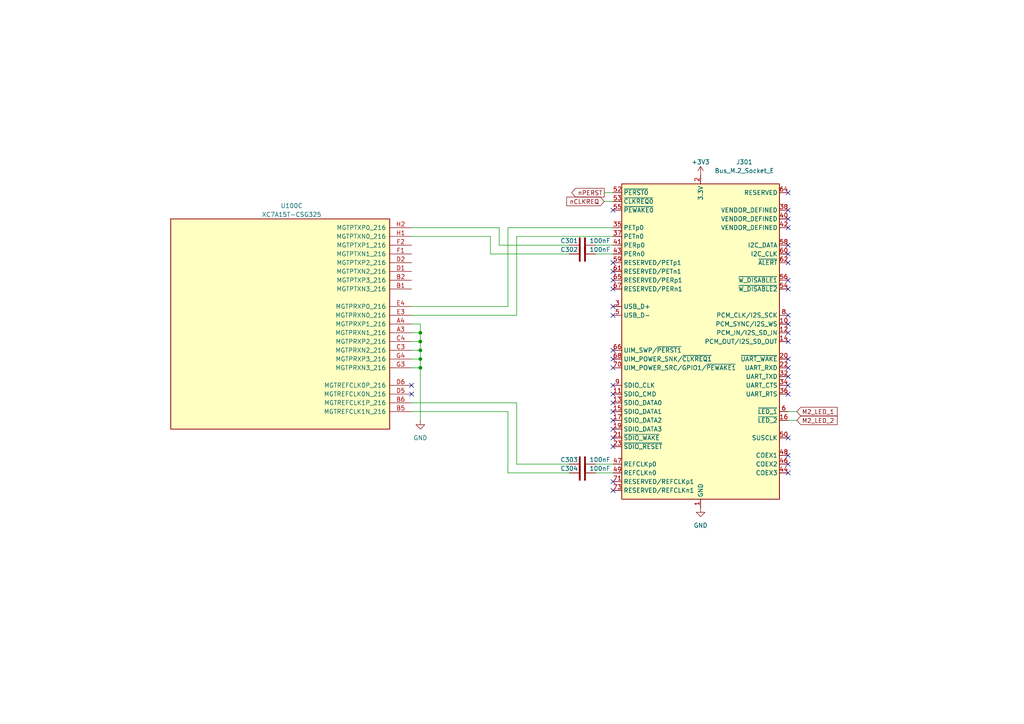
<source format=kicad_sch>
(kicad_sch (version 20210406) (generator eeschema)
  (paper "A4")
  (lib_symbols
    (symbol "Connector:Bus_M.2_Socket_E"
      (property "Reference" "J" (at -22.86 46.99 0))
      (property "Value" "Bus_M.2_Socket_E" (at 16.51 46.99 0))
      (symbol "Bus_M.2_Socket_E_0_1"
        (rectangle (start -22.86 45.72) (end 22.86 -45.72) (stroke (width 0.254)) (fill (type background)))
      )
      (symbol "Bus_M.2_Socket_E_1_1"
        (pin power_in line (at 0 -48.26 90) (length 2.54) (name "GND") (number "1"))
        (pin bidirectional line (at 25.4 5.08 180) (length 2.54) (name "PCM_SYNC/I2S_WS") (number "10"))
        (pin bidirectional line (at -25.4 -15.24 0) (length 2.54) (name "SDIO_CMD") (number "11"))
        (pin input line (at 25.4 2.54 180) (length 2.54) (name "PCM_IN/I2S_SD_IN") (number "12"))
        (pin bidirectional line (at -25.4 -17.78 0) (length 2.54) (name "SDIO_DATA0") (number "13"))
        (pin output line (at 25.4 0 180) (length 2.54) (name "PCM_OUT/I2S_SD_OUT") (number "14"))
        (pin bidirectional line (at -25.4 -20.32 0) (length 2.54) (name "SDIO_DATA1") (number "15"))
        (pin open_collector line (at 25.4 -22.86 180) (length 2.54) (name "~LED_2") (number "16"))
        (pin bidirectional line (at -25.4 -22.86 0) (length 2.54) (name "SDIO_DATA2") (number "17"))
        (pin passive line (at 0 -48.26 90) (length 2.54) hide (name "GND") (number "18"))
        (pin bidirectional line (at -25.4 -25.4 0) (length 2.54) (name "SDIO_DATA3") (number "19"))
        (pin power_in line (at 0 48.26 270) (length 2.54) (name "3.3V") (number "2"))
        (pin input line (at 25.4 -5.08 180) (length 2.54) (name "~UART_WAKE") (number "20"))
        (pin input line (at -25.4 -27.94 0) (length 2.54) (name "~SDIO_WAKE") (number "21"))
        (pin input line (at 25.4 -7.62 180) (length 2.54) (name "UART_RXD") (number "22"))
        (pin output line (at -25.4 -30.48 0) (length 2.54) (name "~SDIO_RESET") (number "23"))
        (pin bidirectional line (at -25.4 10.16 0) (length 2.54) (name "USB_D+") (number "3"))
        (pin output line (at 25.4 -10.16 180) (length 2.54) (name "UART_TXD") (number "32"))
        (pin passive line (at 0 -48.26 90) (length 2.54) hide (name "GND") (number "33"))
        (pin input line (at 25.4 -12.7 180) (length 2.54) (name "UART_CTS") (number "34"))
        (pin output line (at -25.4 33.02 0) (length 2.54) (name "PETp0") (number "35"))
        (pin output line (at 25.4 -15.24 180) (length 2.54) (name "UART_RTS") (number "36"))
        (pin output line (at -25.4 30.48 0) (length 2.54) (name "PETn0") (number "37"))
        (pin passive line (at 25.4 38.1 180) (length 2.54) (name "VENDOR_DEFINED") (number "38"))
        (pin passive line (at 0 -48.26 90) (length 2.54) hide (name "GND") (number "39"))
        (pin passive line (at 0 48.26 270) (length 2.54) hide (name "3.3V") (number "4"))
        (pin passive line (at 25.4 35.56 180) (length 2.54) (name "VENDOR_DEFINED") (number "40"))
        (pin input line (at -25.4 27.94 0) (length 2.54) (name "PERp0") (number "41"))
        (pin passive line (at 25.4 33.02 180) (length 2.54) (name "VENDOR_DEFINED") (number "42"))
        (pin input line (at -25.4 25.4 0) (length 2.54) (name "PERn0") (number "43"))
        (pin bidirectional line (at 25.4 -38.1 180) (length 2.54) (name "COEX3") (number "44"))
        (pin passive line (at 0 -48.26 90) (length 2.54) hide (name "GND") (number "45"))
        (pin bidirectional line (at 25.4 -35.56 180) (length 2.54) (name "COEX2") (number "46"))
        (pin output line (at -25.4 -35.56 0) (length 2.54) (name "REFCLKp0") (number "47"))
        (pin bidirectional line (at 25.4 -33.02 180) (length 2.54) (name "COEX1") (number "48"))
        (pin output line (at -25.4 -38.1 0) (length 2.54) (name "REFCLKn0") (number "49"))
        (pin bidirectional line (at -25.4 7.62 0) (length 2.54) (name "USB_D-") (number "5"))
        (pin output line (at 25.4 -27.94 180) (length 2.54) (name "SUSCLK") (number "50"))
        (pin passive line (at 0 -48.26 90) (length 2.54) hide (name "GND") (number "51"))
        (pin output line (at -25.4 43.18 0) (length 2.54) (name "~PERST0") (number "52"))
        (pin bidirectional line (at -25.4 40.64 0) (length 2.54) (name "~CLKREQ0") (number "53"))
        (pin output line (at 25.4 15.24 180) (length 2.54) (name "~W_DISABLE2") (number "54"))
        (pin bidirectional line (at -25.4 38.1 0) (length 2.54) (name "~PEWAKE0") (number "55"))
        (pin output line (at 25.4 17.78 180) (length 2.54) (name "~W_DISABLE1") (number "56"))
        (pin passive line (at 0 -48.26 90) (length 2.54) hide (name "GND") (number "57"))
        (pin bidirectional line (at 25.4 27.94 180) (length 2.54) (name "I2C_DATA") (number "58"))
        (pin output line (at -25.4 22.86 0) (length 2.54) (name "RESERVED/PETp1") (number "59"))
        (pin open_collector line (at 25.4 -20.32 180) (length 2.54) (name "~LED_1") (number "6"))
        (pin output line (at 25.4 25.4 180) (length 2.54) (name "I2C_CLK") (number "60"))
        (pin output line (at -25.4 20.32 0) (length 2.54) (name "RESERVED/PETn1") (number "61"))
        (pin input line (at 25.4 22.86 180) (length 2.54) (name "~ALERT") (number "62"))
        (pin passive line (at 0 -48.26 90) (length 2.54) hide (name "GND") (number "63"))
        (pin passive line (at 25.4 43.18 180) (length 2.54) (name "RESERVED") (number "64"))
        (pin input line (at -25.4 17.78 0) (length 2.54) (name "RESERVED/PERp1") (number "65"))
        (pin output line (at -25.4 -2.54 0) (length 2.54) (name "UIM_SWP/~PERST1") (number "66"))
        (pin input line (at -25.4 15.24 0) (length 2.54) (name "RESERVED/PERn1") (number "67"))
        (pin bidirectional line (at -25.4 -5.08 0) (length 2.54) (name "UIM_POWER_SNK/~CLKREQ1") (number "68"))
        (pin passive line (at 0 -48.26 90) (length 2.54) hide (name "GND") (number "69"))
        (pin passive line (at 0 -48.26 90) (length 2.54) hide (name "GND") (number "7"))
        (pin bidirectional line (at -25.4 -7.62 0) (length 2.54) (name "UIM_POWER_SRC/GPIO1/~PEWAKE1") (number "70"))
        (pin output line (at -25.4 -40.64 0) (length 2.54) (name "RESERVED/REFCLKp1") (number "71"))
        (pin passive line (at 0 48.26 270) (length 2.54) hide (name "3.3V") (number "72"))
        (pin output line (at -25.4 -43.18 0) (length 2.54) (name "RESERVED/REFCLKn1") (number "73"))
        (pin passive line (at 0 48.26 270) (length 2.54) hide (name "3.3V") (number "74"))
        (pin passive line (at 0 -48.26 90) (length 2.54) hide (name "GND") (number "75"))
        (pin bidirectional line (at 25.4 7.62 180) (length 2.54) (name "PCM_CLK/I2S_SCK") (number "8"))
        (pin output line (at -25.4 -12.7 0) (length 2.54) (name "SDIO_CLK") (number "9"))
      )
    )
    (symbol "Device:C" (pin_numbers hide) (pin_names (offset 0.254))
      (property "Reference" "C" (at 0.635 2.54 0))
      (property "Value" "C" (at 0.635 -2.54 0))
      (symbol "C_0_1"
        (polyline (pts (xy -2.032 -0.762) (xy 2.032 -0.762)) (stroke (width 0.508)))
        (polyline (pts (xy -2.032 0.762) (xy 2.032 0.762)) (stroke (width 0.508)))
      )
      (symbol "C_1_1"
        (pin passive line (at 0 3.81 270) (length 2.794) (name "~") (number "1"))
        (pin passive line (at 0 -3.81 90) (length 2.794) (name "~") (number "2"))
      )
    )
    (symbol "FPGA_Xilinx_Artix7:XC7A15T-CSG325" (pin_names (offset 1.016))
      (property "Reference" "U" (at 0 1.27 0))
      (property "Value" "XC7A15T-CSG325" (at 0 -1.27 0))
      (symbol "XC7A15T-CSG325_1_1"
        (rectangle (start -44.45 67.31) (end 44.45 -73.66) (stroke (width 0.254)) (fill (type background)))
        (pin bidirectional line (at 50.8 27.94 180) (length 6.35) (name "IO_L5N_T0_AD9N_15") (number "A10"))
        (pin bidirectional line (at 50.8 17.78 180) (length 6.35) (name "IO_L7N_T1_AD2N_15") (number "A12"))
        (pin bidirectional line (at 50.8 15.24 180) (length 6.35) (name "IO_L8P_T1_AD10P_15") (number "A13"))
        (pin bidirectional line (at 50.8 12.7 180) (length 6.35) (name "IO_L8N_T1_AD10N_15") (number "A14"))
        (pin bidirectional line (at 50.8 2.54 180) (length 6.35) (name "IO_L10N_T1_AD11N_15") (number "A15"))
        (pin power_in line (at 25.4 73.66 270) (length 6.35) (name "VCCO_15") (number "A16"))
        (pin bidirectional line (at 50.8 -22.86 180) (length 6.35) (name "IO_L15N_T2_DQS_ADV_B_15") (number "A17"))
        (pin bidirectional line (at 50.8 38.1 180) (length 6.35) (name "IO_L3N_T0_DQS_AD1N_15") (number "A9"))
        (pin bidirectional line (at 50.8 30.48 180) (length 6.35) (name "IO_L5P_T0_AD9P_15") (number "B10"))
        (pin bidirectional line (at 50.8 33.02 180) (length 6.35) (name "IO_L4N_T0_15") (number "B11"))
        (pin bidirectional line (at 50.8 20.32 180) (length 6.35) (name "IO_L7P_T1_AD2P_15") (number "B12"))
        (pin power_in line (at 27.94 73.66 270) (length 6.35) (name "VCCO_15") (number "B13"))
        (pin bidirectional line (at 50.8 5.08 180) (length 6.35) (name "IO_L10P_T1_AD11P_15") (number "B14"))
        (pin bidirectional line (at 50.8 7.62 180) (length 6.35) (name "IO_L9N_T1_DQS_AD3N_15") (number "B15"))
        (pin bidirectional line (at 50.8 -20.32 180) (length 6.35) (name "IO_L15P_T2_DQS_15") (number "B16"))
        (pin bidirectional line (at 50.8 -27.94 180) (length 6.35) (name "IO_L16N_T2_A27_15") (number "B17"))
        (pin bidirectional line (at 50.8 40.64 180) (length 6.35) (name "IO_L3P_T0_DQS_AD1P_15") (number "B9"))
        (pin power_in line (at 30.48 73.66 270) (length 6.35) (name "VCCO_15") (number "C10"))
        (pin bidirectional line (at 50.8 35.56 180) (length 6.35) (name "IO_L4P_T0_15") (number "C11"))
        (pin bidirectional line (at 50.8 22.86 180) (length 6.35) (name "IO_L6N_T0_VREF_15") (number "C12"))
        (pin bidirectional line (at 50.8 -2.54 180) (length 6.35) (name "IO_L11N_T1_SRCC_15") (number "C13"))
        (pin bidirectional line (at 50.8 10.16 180) (length 6.35) (name "IO_L9P_T1_DQS_AD3P_15") (number "C14"))
        (pin bidirectional line (at 50.8 -25.4 180) (length 6.35) (name "IO_L16P_T2_A28_15") (number "C16"))
        (pin bidirectional line (at 50.8 -35.56 180) (length 6.35) (name "IO_L18P_T2_A24_15") (number "C17"))
        (pin bidirectional line (at 50.8 -38.1 180) (length 6.35) (name "IO_L18N_T2_A23_15") (number "C18"))
        (pin bidirectional line (at 50.8 48.26 180) (length 6.35) (name "IO_L1N_T0_AD0N_15") (number "C8"))
        (pin bidirectional line (at 50.8 43.18 180) (length 6.35) (name "IO_L2N_T0_AD8N_15") (number "C9"))
        (pin bidirectional line (at 50.8 53.34 180) (length 6.35) (name "IO_0_15") (number "D10"))
        (pin bidirectional line (at 50.8 25.4 180) (length 6.35) (name "IO_L6P_T0_15") (number "D11"))
        (pin bidirectional line (at 50.8 0 180) (length 6.35) (name "IO_L11P_T1_SRCC_15") (number "D13"))
        (pin bidirectional line (at 50.8 -7.62 180) (length 6.35) (name "IO_L12N_T1_MRCC_15") (number "D14"))
        (pin bidirectional line (at 50.8 -12.7 180) (length 6.35) (name "IO_L13N_T2_MRCC_15") (number "D15"))
        (pin bidirectional line (at 50.8 -17.78 180) (length 6.35) (name "IO_L14N_T2_SRCC_15") (number "D16"))
        (pin power_in line (at 33.02 73.66 270) (length 6.35) (name "VCCO_15") (number "D17"))
        (pin bidirectional line (at 50.8 -33.02 180) (length 6.35) (name "IO_L17N_T2_A25_15") (number "D18"))
        (pin bidirectional line (at 50.8 50.8 180) (length 6.35) (name "IO_L1P_T0_AD0P_15") (number "D8"))
        (pin bidirectional line (at 50.8 45.72 180) (length 6.35) (name "IO_L2P_T0_AD8P_15") (number "D9"))
        (pin bidirectional line (at 50.8 -5.08 180) (length 6.35) (name "IO_L12P_T1_MRCC_15") (number "E13"))
        (pin power_in line (at 35.56 73.66 270) (length 6.35) (name "VCCO_15") (number "E14"))
        (pin bidirectional line (at 50.8 -10.16 180) (length 6.35) (name "IO_L13P_T2_MRCC_15") (number "E15"))
        (pin bidirectional line (at 50.8 -15.24 180) (length 6.35) (name "IO_L14P_T2_SRCC_15") (number "E16"))
        (pin bidirectional line (at 50.8 -30.48 180) (length 6.35) (name "IO_L17P_T2_A26_15") (number "E17"))
        (pin bidirectional line (at 50.8 -68.58 180) (length 6.35) (name "IO_L24N_T3_RS0_15") (number "E18"))
        (pin bidirectional line (at 50.8 -58.42 180) (length 6.35) (name "IO_L22N_T3_A16_15") (number "F14"))
        (pin bidirectional line (at 50.8 -53.34 180) (length 6.35) (name "IO_L21N_T3_DQS_A18_15") (number "F15"))
        (pin bidirectional line (at 50.8 -66.04 180) (length 6.35) (name "IO_L24P_T3_RS1_15") (number "F17"))
        (pin bidirectional line (at 50.8 -43.18 180) (length 6.35) (name "IO_L19N_T3_A21_VREF_15") (number "F18"))
        (pin bidirectional line (at 50.8 -55.88 180) (length 6.35) (name "IO_L22P_T3_A17_15") (number "G14"))
        (pin bidirectional line (at 50.8 -50.8 180) (length 6.35) (name "IO_L21P_T3_DQS_15") (number "G15"))
        (pin bidirectional line (at 50.8 -48.26 180) (length 6.35) (name "IO_L20N_T3_A19_15") (number "G16"))
        (pin bidirectional line (at 50.8 -40.64 180) (length 6.35) (name "IO_L19P_T3_A22_15") (number "G17"))
        (pin power_in line (at 38.1 73.66 270) (length 6.35) (name "VCCO_15") (number "G18"))
        (pin bidirectional line (at 50.8 -71.12 180) (length 6.35) (name "IO_25_15") (number "H14"))
        (pin power_in line (at 40.64 73.66 270) (length 6.35) (name "VCCO_15") (number "H15"))
        (pin bidirectional line (at 50.8 -45.72 180) (length 6.35) (name "IO_L20P_T3_A20_15") (number "H16"))
        (pin bidirectional line (at 50.8 -60.96 180) (length 6.35) (name "IO_L23P_T3_FOE_B_15") (number "H17"))
        (pin bidirectional line (at 50.8 -63.5 180) (length 6.35) (name "IO_L23N_T3_FWE_B_15") (number "H18"))
        (pin bidirectional line (at -50.8 30.48 0) (length 6.35) (name "IO_L5P_T0_D06_14") (number "J14"))
        (pin bidirectional line (at -50.8 45.72 0) (length 6.35) (name "IO_L2P_T0_D02_14") (number "J15"))
        (pin bidirectional line (at -50.8 43.18 0) (length 6.35) (name "IO_L2N_T0_D03_14") (number "J16"))
        (pin bidirectional line (at -50.8 40.64 0) (length 6.35) (name "IO_L3P_T0_DQS_PUDC_B_14") (number "J18"))
        (pin bidirectional line (at -50.8 27.94 0) (length 6.35) (name "IO_L5N_T0_D07_14") (number "K15"))
        (pin bidirectional line (at -50.8 50.8 0) (length 6.35) (name "IO_L1P_T0_D00_MOSI_14") (number "K16"))
        (pin bidirectional line (at -50.8 35.56 0) (length 6.35) (name "IO_L4P_T0_D04_14") (number "K17"))
        (pin bidirectional line (at -50.8 38.1 0) (length 6.35) (name "IO_L3N_T0_DQS_EMCCLK_14") (number "K18"))
        (pin bidirectional line (at -50.8 53.34 0) (length 6.35) (name "IO_0_14") (number "L14"))
        (pin bidirectional line (at -50.8 25.4 0) (length 6.35) (name "IO_L6P_T0_FCS_B_14") (number "L15"))
        (pin power_in line (at -40.64 73.66 270) (length 6.35) (name "VCCO_14") (number "L16"))
        (pin bidirectional line (at -50.8 48.26 0) (length 6.35) (name "IO_L1N_T0_D01_DIN_14") (number "L17"))
        (pin bidirectional line (at -50.8 33.02 0) (length 6.35) (name "IO_L4N_T0_D05_14") (number "L18"))
        (pin bidirectional line (at -50.8 15.24 0) (length 6.35) (name "IO_L8P_T1_D11_14") (number "M14"))
        (pin bidirectional line (at -50.8 22.86 0) (length 6.35) (name "IO_L6N_T0_D08_VREF_14") (number "M15"))
        (pin bidirectional line (at -50.8 20.32 0) (length 6.35) (name "IO_L7P_T1_D09_14") (number "M16"))
        (pin bidirectional line (at -50.8 17.78 0) (length 6.35) (name "IO_L7N_T1_D10_14") (number "M17"))
        (pin bidirectional line (at -50.8 12.7 0) (length 6.35) (name "IO_L8N_T1_D12_14") (number "N14"))
        (pin bidirectional line (at -50.8 10.16 0) (length 6.35) (name "IO_L9P_T1_DQS_14") (number "N16"))
        (pin bidirectional line (at -50.8 7.62 0) (length 6.35) (name "IO_L9N_T1_DQS_D13_14") (number "N17"))
        (pin bidirectional line (at -50.8 5.08 0) (length 6.35) (name "IO_L10P_T1_D14_14") (number "N18"))
        (pin bidirectional line (at -50.8 -5.08 0) (length 6.35) (name "IO_L12P_T1_MRCC_14") (number "P14"))
        (pin bidirectional line (at -50.8 0 0) (length 6.35) (name "IO_L11P_T1_SRCC_14") (number "P15"))
        (pin bidirectional line (at -50.8 -2.54 0) (length 6.35) (name "IO_L11N_T1_SRCC_14") (number "P16"))
        (pin power_in line (at -38.1 73.66 270) (length 6.35) (name "VCCO_14") (number "P17"))
        (pin bidirectional line (at -50.8 2.54 0) (length 6.35) (name "IO_L10N_T1_D15_14") (number "P18"))
        (pin bidirectional line (at -50.8 -40.64 0) (length 6.35) (name "IO_L19P_T3_A10_D26_14") (number "R13"))
        (pin power_in line (at -35.56 73.66 270) (length 6.35) (name "VCCO_14") (number "R14"))
        (pin bidirectional line (at -50.8 -7.62 0) (length 6.35) (name "IO_L12N_T1_MRCC_14") (number "R15"))
        (pin bidirectional line (at -50.8 -15.24 0) (length 6.35) (name "IO_L14P_T2_SRCC_14") (number "R16"))
        (pin bidirectional line (at -50.8 -17.78 0) (length 6.35) (name "IO_L14N_T2_SRCC_14") (number "R17"))
        (pin bidirectional line (at -50.8 -20.32 0) (length 6.35) (name "IO_L15P_T2_DQS_RDWR_B_14") (number "R18"))
        (pin power_in line (at -33.02 73.66 270) (length 6.35) (name "VCCO_14") (number "T11"))
        (pin bidirectional line (at -50.8 -55.88 0) (length 6.35) (name "IO_L22P_T3_A05_D21_14") (number "T12"))
        (pin bidirectional line (at -50.8 -43.18 0) (length 6.35) (name "IO_L19N_T3_A09_D25_VREF_14") (number "T13"))
        (pin bidirectional line (at -50.8 -10.16 0) (length 6.35) (name "IO_L13P_T2_MRCC_14") (number "T14"))
        (pin bidirectional line (at -50.8 -12.7 0) (length 6.35) (name "IO_L13N_T2_MRCC_14") (number "T15"))
        (pin bidirectional line (at -50.8 -25.4 0) (length 6.35) (name "IO_L16P_T2_CSI_B_14") (number "T17"))
        (pin bidirectional line (at -50.8 -22.86 0) (length 6.35) (name "IO_L15N_T2_DQS_DOUT_CSO_B_14") (number "T18"))
        (pin bidirectional line (at -50.8 -71.12 0) (length 6.35) (name "IO_25_14") (number "U10"))
        (pin bidirectional line (at -50.8 -60.96 0) (length 6.35) (name "IO_L23P_T3_A03_D19_14") (number "U11"))
        (pin bidirectional line (at -50.8 -58.42 0) (length 6.35) (name "IO_L22N_T3_A04_D20_14") (number "U12"))
        (pin bidirectional line (at -50.8 -45.72 0) (length 6.35) (name "IO_L20P_T3_A08_D24_14") (number "U14"))
        (pin bidirectional line (at -50.8 -30.48 0) (length 6.35) (name "IO_L17P_T2_A14_D30_14") (number "U15"))
        (pin bidirectional line (at -50.8 -33.02 0) (length 6.35) (name "IO_L17N_T2_A13_D29_14") (number "U16"))
        (pin bidirectional line (at -50.8 -27.94 0) (length 6.35) (name "IO_L16N_T2_A15_D31_14") (number "U17"))
        (pin power_in line (at -27.94 73.66 270) (length 6.35) (name "VCCO_14") (number "U18"))
        (pin power_in line (at -30.48 73.66 270) (length 6.35) (name "VCCO_14") (number "U8"))
        (pin bidirectional line (at -50.8 -66.04 0) (length 6.35) (name "IO_L24P_T3_A01_D17_14") (number "U9"))
        (pin bidirectional line (at -50.8 -63.5 0) (length 6.35) (name "IO_L23N_T3_A02_D18_14") (number "V11"))
        (pin bidirectional line (at -50.8 -50.8 0) (length 6.35) (name "IO_L21P_T3_DQS_14") (number "V12"))
        (pin bidirectional line (at -50.8 -53.34 0) (length 6.35) (name "IO_L21N_T3_DQS_A06_D22_14") (number "V13"))
        (pin bidirectional line (at -50.8 -48.26 0) (length 6.35) (name "IO_L20N_T3_A07_D23_14") (number "V14"))
        (pin power_in line (at -25.4 73.66 270) (length 6.35) (name "VCCO_14") (number "V15"))
        (pin bidirectional line (at -50.8 -35.56 0) (length 6.35) (name "IO_L18P_T2_A12_D28_14") (number "V16"))
        (pin bidirectional line (at -50.8 -38.1 0) (length 6.35) (name "IO_L18N_T2_A11_D27_14") (number "V17"))
        (pin bidirectional line (at -50.8 -68.58 0) (length 6.35) (name "IO_L24N_T3_A00_D16_14") (number "V9"))
      )
      (symbol "XC7A15T-CSG325_2_1"
        (rectangle (start -44.45 67.31) (end 44.45 -73.66) (stroke (width 0.254)) (fill (type background)))
        (pin bidirectional line (at -50.8 43.18 0) (length 6.35) (name "IO_L2N_T0_34") (number "J4"))
        (pin bidirectional line (at -50.8 45.72 0) (length 6.35) (name "IO_L2P_T0_34") (number "J5"))
        (pin bidirectional line (at -50.8 53.34 0) (length 6.35) (name "IO_0_34") (number "J6"))
        (pin bidirectional line (at -50.8 38.1 0) (length 6.35) (name "IO_L3N_T0_DQS_34") (number "K1"))
        (pin bidirectional line (at -50.8 40.64 0) (length 6.35) (name "IO_L3P_T0_DQS_34") (number "K2"))
        (pin bidirectional line (at -50.8 35.56 0) (length 6.35) (name "IO_L4P_T0_34") (number "K3"))
        (pin bidirectional line (at -50.8 48.26 0) (length 6.35) (name "IO_L1N_T0_34") (number "K5"))
        (pin bidirectional line (at -50.8 50.8 0) (length 6.35) (name "IO_L1P_T0_34") (number "K6"))
        (pin bidirectional line (at -50.8 33.02 0) (length 6.35) (name "IO_L4N_T0_34") (number "L2"))
        (pin bidirectional line (at -50.8 27.94 0) (length 6.35) (name "IO_L5N_T0_34") (number "L3"))
        (pin bidirectional line (at -50.8 30.48 0) (length 6.35) (name "IO_L5P_T0_34") (number "L4"))
        (pin bidirectional line (at -50.8 25.4 0) (length 6.35) (name "IO_L6P_T0_34") (number "L5"))
        (pin power_in line (at -40.64 73.66 270) (length 6.35) (name "VCCO_34") (number "L6"))
        (pin bidirectional line (at -50.8 17.78 0) (length 6.35) (name "IO_L7N_T1_34") (number "M1"))
        (pin bidirectional line (at -50.8 20.32 0) (length 6.35) (name "IO_L7P_T1_34") (number "M2"))
        (pin power_in line (at -38.1 73.66 270) (length 6.35) (name "VCCO_34") (number "M3"))
        (pin bidirectional line (at -50.8 5.08 0) (length 6.35) (name "IO_L10P_T1_34") (number "M4"))
        (pin bidirectional line (at -50.8 22.86 0) (length 6.35) (name "IO_L6N_T0_VREF_34") (number "M5"))
        (pin bidirectional line (at -50.8 15.24 0) (length 6.35) (name "IO_L8P_T1_34") (number "M6"))
        (pin bidirectional line (at -50.8 10.16 0) (length 6.35) (name "IO_L9P_T1_DQS_34") (number "N1"))
        (pin bidirectional line (at -50.8 -2.54 0) (length 6.35) (name "IO_L11N_T1_SRCC_34") (number "N2"))
        (pin bidirectional line (at -50.8 0 0) (length 6.35) (name "IO_L11P_T1_SRCC_34") (number "N3"))
        (pin bidirectional line (at -50.8 2.54 0) (length 6.35) (name "IO_L10N_T1_34") (number "N4"))
        (pin bidirectional line (at -50.8 12.7 0) (length 6.35) (name "IO_L8N_T1_34") (number "N6"))
        (pin bidirectional line (at -50.8 7.62 0) (length 6.35) (name "IO_L9N_T1_DQS_34") (number "P1"))
        (pin bidirectional line (at -50.8 -7.62 0) (length 6.35) (name "IO_L12N_T1_MRCC_34") (number "P3"))
        (pin bidirectional line (at -50.8 -5.08 0) (length 6.35) (name "IO_L12P_T1_MRCC_34") (number "P4"))
        (pin bidirectional line (at -50.8 -43.18 0) (length 6.35) (name "IO_L19N_T3_VREF_34") (number "P5"))
        (pin bidirectional line (at -50.8 -40.64 0) (length 6.35) (name "IO_L19P_T3_34") (number "P6"))
        (pin power_in line (at -35.56 73.66 270) (length 6.35) (name "VCCO_34") (number "P7"))
        (pin bidirectional line (at -50.8 -12.7 0) (length 6.35) (name "IO_L13N_T2_MRCC_34") (number "R1"))
        (pin bidirectional line (at -50.8 -10.16 0) (length 6.35) (name "IO_L13P_T2_MRCC_34") (number "R2"))
        (pin bidirectional line (at -50.8 -15.24 0) (length 6.35) (name "IO_L14P_T2_SRCC_34") (number "R3"))
        (pin power_in line (at -33.02 73.66 270) (length 6.35) (name "VCCO_34") (number "R4"))
        (pin bidirectional line (at -50.8 -50.8 0) (length 6.35) (name "IO_L21P_T3_DQS_34") (number "R5"))
        (pin bidirectional line (at -50.8 -71.12 0) (length 6.35) (name "IO_25_34") (number "R6"))
        (pin bidirectional line (at -50.8 -55.88 0) (length 6.35) (name "IO_L22P_T3_34") (number "R7"))
        (pin power_in line (at -30.48 73.66 270) (length 6.35) (name "VCCO_34") (number "T1"))
        (pin bidirectional line (at -50.8 -17.78 0) (length 6.35) (name "IO_L14N_T2_SRCC_34") (number "T2"))
        (pin bidirectional line (at -50.8 -33.02 0) (length 6.35) (name "IO_L17N_T2_34") (number "T3"))
        (pin bidirectional line (at -50.8 -30.48 0) (length 6.35) (name "IO_L17P_T2_34") (number "T4"))
        (pin bidirectional line (at -50.8 -53.34 0) (length 6.35) (name "IO_L21N_T3_DQS_34") (number "T5"))
        (pin bidirectional line (at -50.8 -58.42 0) (length 6.35) (name "IO_L22N_T3_34") (number "T7"))
        (pin bidirectional line (at -50.8 -22.86 0) (length 6.35) (name "IO_L15N_T2_DQS_34") (number "U1"))
        (pin bidirectional line (at -50.8 -20.32 0) (length 6.35) (name "IO_L15P_T2_DQS_34") (number "U2"))
        (pin bidirectional line (at -50.8 -35.56 0) (length 6.35) (name "IO_L18P_T2_34") (number "U4"))
        (pin bidirectional line (at -50.8 -48.26 0) (length 6.35) (name "IO_L20N_T3_34") (number "U5"))
        (pin bidirectional line (at -50.8 -45.72 0) (length 6.35) (name "IO_L20P_T3_34") (number "U6"))
        (pin bidirectional line (at -50.8 -60.96 0) (length 6.35) (name "IO_L23P_T3_34") (number "U7"))
        (pin bidirectional line (at -50.8 -27.94 0) (length 6.35) (name "IO_L16N_T2_34") (number "V2"))
        (pin bidirectional line (at -50.8 -25.4 0) (length 6.35) (name "IO_L16P_T2_34") (number "V3"))
        (pin bidirectional line (at -50.8 -38.1 0) (length 6.35) (name "IO_L18N_T2_34") (number "V4"))
        (pin power_in line (at -27.94 73.66 270) (length 6.35) (name "VCCO_34") (number "V5"))
        (pin bidirectional line (at -50.8 -63.5 0) (length 6.35) (name "IO_L23N_T3_34") (number "V6"))
        (pin bidirectional line (at -50.8 -68.58 0) (length 6.35) (name "IO_L24N_T3_34") (number "V7"))
        (pin bidirectional line (at -50.8 -66.04 0) (length 6.35) (name "IO_L24P_T3_34") (number "V8"))
      )
      (symbol "XC7A15T-CSG325_3_1"
        (rectangle (start -31.75 30.48) (end 31.75 -30.48) (stroke (width 0.254)) (fill (type background)))
        (pin bidirectional line (at -38.1 -2.54 0) (length 6.35) (name "MGTPRXN1_216") (number "A3"))
        (pin bidirectional line (at -38.1 0 0) (length 6.35) (name "MGTPRXP1_216") (number "A4"))
        (pin bidirectional line (at -38.1 10.16 0) (length 6.35) (name "MGTPTXN3_216") (number "B1"))
        (pin bidirectional line (at -38.1 12.7 0) (length 6.35) (name "MGTPTXP3_216") (number "B2"))
        (pin bidirectional line (at -38.1 -25.4 0) (length 6.35) (name "MGTREFCLK1N_216") (number "B5"))
        (pin bidirectional line (at -38.1 -22.86 0) (length 6.35) (name "MGTREFCLK1P_216") (number "B6"))
        (pin bidirectional line (at -38.1 -7.62 0) (length 6.35) (name "MGTPRXN2_216") (number "C3"))
        (pin bidirectional line (at -38.1 -5.08 0) (length 6.35) (name "MGTPRXP2_216") (number "C4"))
        (pin bidirectional line (at -38.1 15.24 0) (length 6.35) (name "MGTPTXN2_216") (number "D1"))
        (pin bidirectional line (at -38.1 17.78 0) (length 6.35) (name "MGTPTXP2_216") (number "D2"))
        (pin bidirectional line (at -38.1 -20.32 0) (length 6.35) (name "MGTREFCLK0N_216") (number "D5"))
        (pin bidirectional line (at -38.1 -17.78 0) (length 6.35) (name "MGTREFCLK0P_216") (number "D6"))
        (pin bidirectional line (at -38.1 2.54 0) (length 6.35) (name "MGTPRXN0_216") (number "E3"))
        (pin bidirectional line (at -38.1 5.08 0) (length 6.35) (name "MGTPRXP0_216") (number "E4"))
        (pin bidirectional line (at -38.1 20.32 0) (length 6.35) (name "MGTPTXN1_216") (number "F1"))
        (pin bidirectional line (at -38.1 22.86 0) (length 6.35) (name "MGTPTXP1_216") (number "F2"))
        (pin bidirectional line (at -38.1 -12.7 0) (length 6.35) (name "MGTPRXN3_216") (number "G3"))
        (pin bidirectional line (at -38.1 -10.16 0) (length 6.35) (name "MGTPRXP3_216") (number "G4"))
        (pin bidirectional line (at -38.1 25.4 0) (length 6.35) (name "MGTPTXN0_216") (number "H1"))
        (pin bidirectional line (at -38.1 27.94 0) (length 6.35) (name "MGTPTXP0_216") (number "H2"))
      )
      (symbol "XC7A15T-CSG325_4_1"
        (rectangle (start -31.75 10.16) (end 31.75 -10.16) (stroke (width 0.254)) (fill (type background)))
        (pin power_in line (at 38.1 7.62 180) (length 6.35) (name "MGTAVTT") (number "A2"))
        (pin power_in line (at 38.1 -7.62 180) (length 6.35) (name "MGTRREF_216") (number "A6"))
        (pin power_in line (at -38.1 7.62 0) (length 6.35) (name "MGTAVCC") (number "B4"))
        (pin power_in line (at 38.1 5.08 180) (length 6.35) (name "MGTAVTT") (number "C1"))
        (pin power_in line (at -38.1 5.08 0) (length 6.35) (name "MGTAVCC") (number "C5"))
        (pin power_in line (at 38.1 2.54 180) (length 6.35) (name "MGTAVTT") (number "E1"))
        (pin power_in line (at -38.1 2.54 0) (length 6.35) (name "MGTAVCC") (number "E5"))
        (pin power_in line (at 38.1 0 180) (length 6.35) (name "MGTAVTT") (number "F3"))
        (pin power_in line (at -38.1 0 0) (length 6.35) (name "MGTAVCC") (number "F5"))
        (pin power_in line (at 38.1 -2.54 180) (length 6.35) (name "MGTAVTT") (number "G2"))
      )
      (symbol "XC7A15T-CSG325_5_1"
        (rectangle (start -31.75 34.29) (end 31.75 -40.64) (stroke (width 0.254)) (fill (type background)))
        (pin power_in line (at 25.4 40.64 270) (length 6.35) (name "VCCO_0") (number "E10"))
        (pin bidirectional line (at 38.1 -15.24 180) (length 6.35) (name "CFGBVS_0") (number "E12"))
        (pin bidirectional line (at 38.1 7.62 180) (length 6.35) (name "CCLK_0") (number "E8"))
        (pin bidirectional line (at 38.1 -5.08 180) (length 6.35) (name "DONE_0") (number "F12"))
        (pin bidirectional line (at 38.1 0 180) (length 6.35) (name "M2_0") (number "F13"))
        (pin bidirectional line (at 38.1 12.7 180) (length 6.35) (name "TCK_0") (number "F8"))
        (pin bidirectional line (at 38.1 -20.32 180) (length 6.35) (name "VP_0") (number "K10"))
        (pin bidirectional line (at 38.1 -30.48 180) (length 6.35) (name "VREFN_0") (number "K9"))
        (pin bidirectional line (at 38.1 -27.94 180) (length 6.35) (name "VREFP_0") (number "L10"))
        (pin bidirectional line (at 38.1 -22.86 180) (length 6.35) (name "VN_0") (number "L9"))
        (pin bidirectional line (at 38.1 -35.56 180) (length 6.35) (name "DXP_0") (number "M10"))
        (pin bidirectional line (at 38.1 -38.1 180) (length 6.35) (name "DXN_0") (number "M9"))
        (pin bidirectional line (at 38.1 -10.16 180) (length 6.35) (name "PROGRAM_B_0") (number "P10"))
        (pin power_in line (at 27.94 40.64 270) (length 6.35) (name "VCCO_0") (number "R10"))
        (pin bidirectional line (at 38.1 2.54 180) (length 6.35) (name "M1_0") (number "R11"))
        (pin bidirectional line (at 38.1 5.08 180) (length 6.35) (name "M0_0") (number "R12"))
        (pin bidirectional line (at 38.1 15.24 180) (length 6.35) (name "TMS_0") (number "R8"))
        (pin bidirectional line (at 38.1 -7.62 180) (length 6.35) (name "INIT_B_0") (number "T10"))
        (pin bidirectional line (at 38.1 17.78 180) (length 6.35) (name "TDO_0") (number "T8"))
        (pin bidirectional line (at 38.1 20.32 180) (length 6.35) (name "TDI_0") (number "T9"))
      )
      (symbol "XC7A15T-CSG325_6_1"
        (rectangle (start -19.05 73.66) (end 19.05 -73.66) (stroke (width 0.254)) (fill (type background)))
        (pin power_in line (at -25.4 22.86 0) (length 6.35) (name "GND") (number "A1"))
        (pin power_in line (at -25.4 12.7 0) (length 6.35) (name "GND") (number "A11"))
        (pin power_in line (at -25.4 10.16 0) (length 6.35) (name "GND") (number "A18"))
        (pin power_in line (at -25.4 20.32 0) (length 6.35) (name "GND") (number "A5"))
        (pin power_in line (at -25.4 17.78 0) (length 6.35) (name "GND") (number "A7"))
        (pin power_in line (at -25.4 15.24 0) (length 6.35) (name "GND") (number "A8"))
        (pin power_in line (at -25.4 0 0) (length 6.35) (name "GND") (number "B18"))
        (pin power_in line (at -25.4 7.62 0) (length 6.35) (name "GND") (number "B3"))
        (pin power_in line (at -25.4 5.08 0) (length 6.35) (name "GND") (number "B7"))
        (pin power_in line (at -25.4 2.54 0) (length 6.35) (name "GND") (number "B8"))
        (pin power_in line (at -25.4 -10.16 0) (length 6.35) (name "GND") (number "C15"))
        (pin power_in line (at -25.4 -2.54 0) (length 6.35) (name "GND") (number "C2"))
        (pin power_in line (at -25.4 -5.08 0) (length 6.35) (name "GND") (number "C6"))
        (pin power_in line (at -25.4 -7.62 0) (length 6.35) (name "GND") (number "C7"))
        (pin power_in line (at -25.4 -20.32 0) (length 6.35) (name "GND") (number "D12"))
        (pin power_in line (at -25.4 -12.7 0) (length 6.35) (name "GND") (number "D3"))
        (pin power_in line (at -25.4 -15.24 0) (length 6.35) (name "GND") (number "D4"))
        (pin power_in line (at -25.4 -17.78 0) (length 6.35) (name "GND") (number "D7"))
        (pin power_in line (at -25.4 50.8 0) (length 6.35) (name "VCCBATT_0") (number "E11"))
        (pin power_in line (at -25.4 -22.86 0) (length 6.35) (name "GND") (number "E2"))
        (pin power_in line (at -25.4 -25.4 0) (length 6.35) (name "GND") (number "E6"))
        (pin power_in line (at -25.4 -27.94 0) (length 6.35) (name "GND") (number "E7"))
        (pin power_in line (at -25.4 -30.48 0) (length 6.35) (name "GND") (number "E9"))
        (pin power_in line (at -25.4 -38.1 0) (length 6.35) (name "GND") (number "F10"))
        (pin power_in line (at -25.4 48.26 0) (length 6.35) (name "VCCBRAM") (number "F11"))
        (pin power_in line (at -25.4 -40.64 0) (length 6.35) (name "GND") (number "F16"))
        (pin power_in line (at -25.4 -33.02 0) (length 6.35) (name "GND") (number "F4"))
        (pin power_in line (at -25.4 -35.56 0) (length 6.35) (name "GND") (number "F6"))
        (pin power_in line (at 25.4 71.12 180) (length 6.35) (name "VCCINT") (number "F7"))
        (pin power_in line (at 25.4 68.58 180) (length 6.35) (name "VCCINT") (number "F9"))
        (pin power_in line (at -25.4 -43.18 0) (length 6.35) (name "GND") (number "G1"))
        (pin power_in line (at -25.4 45.72 0) (length 6.35) (name "VCCBRAM") (number "G10"))
        (pin power_in line (at -25.4 -55.88 0) (length 6.35) (name "GND") (number "G11"))
        (pin power_in line (at -25.4 71.12 0) (length 6.35) (name "VCCAUX") (number "G12"))
        (pin power_in line (at -25.4 -58.42 0) (length 6.35) (name "GND") (number "G13"))
        (pin power_in line (at -25.4 -45.72 0) (length 6.35) (name "GND") (number "G5"))
        (pin power_in line (at -25.4 -48.26 0) (length 6.35) (name "GND") (number "G6"))
        (pin power_in line (at -25.4 -50.8 0) (length 6.35) (name "GND") (number "G7"))
        (pin power_in line (at 25.4 66.04 180) (length 6.35) (name "VCCINT") (number "G8"))
        (pin power_in line (at -25.4 -53.34 0) (length 6.35) (name "GND") (number "G9"))
        (pin power_in line (at 25.4 20.32 180) (length 6.35) (name "GND") (number "H10"))
        (pin power_in line (at -25.4 43.18 0) (length 6.35) (name "VCCBRAM") (number "H11"))
        (pin power_in line (at 25.4 17.78 180) (length 6.35) (name "GND") (number "H12"))
        (pin power_in line (at -25.4 68.58 0) (length 6.35) (name "VCCAUX") (number "H13"))
        (pin power_in line (at -25.4 -60.96 0) (length 6.35) (name "GND") (number "H3"))
        (pin power_in line (at -25.4 -63.5 0) (length 6.35) (name "GND") (number "H4"))
        (pin power_in line (at -25.4 -66.04 0) (length 6.35) (name "GND") (number "H5"))
        (pin power_in line (at -25.4 -68.58 0) (length 6.35) (name "GND") (number "H6"))
        (pin power_in line (at 25.4 63.5 180) (length 6.35) (name "VCCINT") (number "H7"))
        (pin power_in line (at -25.4 -71.12 0) (length 6.35) (name "GND") (number "H8"))
        (pin power_in line (at 25.4 60.96 180) (length 6.35) (name "VCCINT") (number "H9"))
        (pin power_in line (at 25.4 15.24 180) (length 6.35) (name "GND") (number "J1"))
        (pin power_in line (at -25.4 53.34 0) (length 6.35) (name "VCCADC_0") (number "J10"))
        (pin power_in line (at 25.4 5.08 180) (length 6.35) (name "GND") (number "J11"))
        (pin power_in line (at 25.4 55.88 180) (length 6.35) (name "VCCINT") (number "J12"))
        (pin power_in line (at 25.4 2.54 180) (length 6.35) (name "GND") (number "J13"))
        (pin power_in line (at 25.4 0 180) (length 6.35) (name "GND") (number "J17"))
        (pin power_in line (at 25.4 12.7 180) (length 6.35) (name "GND") (number "J2"))
        (pin power_in line (at 25.4 10.16 180) (length 6.35) (name "GND") (number "J3"))
        (pin power_in line (at 25.4 7.62 180) (length 6.35) (name "GND") (number "J7"))
        (pin power_in line (at 25.4 58.42 180) (length 6.35) (name "VCCINT") (number "J8"))
        (pin power_in line (at -25.4 55.88 0) (length 6.35) (name "GNDADC_0") (number "J9"))
        (pin power_in line (at 25.4 50.8 180) (length 6.35) (name "VCCINT") (number "K11"))
        (pin power_in line (at 25.4 -7.62 180) (length 6.35) (name "GND") (number "K12"))
        (pin power_in line (at -25.4 66.04 0) (length 6.35) (name "VCCAUX") (number "K13"))
        (pin power_in line (at 25.4 -10.16 180) (length 6.35) (name "GND") (number "K14"))
        (pin power_in line (at 25.4 -2.54 180) (length 6.35) (name "GND") (number "K4"))
        (pin power_in line (at 25.4 53.34 180) (length 6.35) (name "VCCINT") (number "K7"))
        (pin power_in line (at 25.4 -5.08 180) (length 6.35) (name "GND") (number "K8"))
        (pin power_in line (at 25.4 -12.7 180) (length 6.35) (name "GND") (number "L1"))
        (pin power_in line (at 25.4 -17.78 180) (length 6.35) (name "GND") (number "L11"))
        (pin power_in line (at 25.4 45.72 180) (length 6.35) (name "VCCINT") (number "L12"))
        (pin power_in line (at 25.4 -20.32 180) (length 6.35) (name "GND") (number "L13"))
        (pin power_in line (at 25.4 -15.24 180) (length 6.35) (name "GND") (number "L7"))
        (pin power_in line (at 25.4 48.26 180) (length 6.35) (name "VCCINT") (number "L8"))
        (pin power_in line (at 25.4 40.64 180) (length 6.35) (name "VCCINT") (number "M11"))
        (pin power_in line (at 25.4 -25.4 180) (length 6.35) (name "GND") (number "M12"))
        (pin power_in line (at -25.4 63.5 0) (length 6.35) (name "VCCAUX") (number "M13"))
        (pin power_in line (at 25.4 -27.94 180) (length 6.35) (name "GND") (number "M18"))
        (pin power_in line (at 25.4 43.18 180) (length 6.35) (name "VCCINT") (number "M7"))
        (pin power_in line (at 25.4 -22.86 180) (length 6.35) (name "GND") (number "M8"))
        (pin power_in line (at 25.4 35.56 180) (length 6.35) (name "VCCINT") (number "N10"))
        (pin power_in line (at 25.4 -38.1 180) (length 6.35) (name "GND") (number "N11"))
        (pin power_in line (at 25.4 33.02 180) (length 6.35) (name "VCCINT") (number "N12"))
        (pin power_in line (at 25.4 -40.64 180) (length 6.35) (name "GND") (number "N13"))
        (pin power_in line (at 25.4 -43.18 180) (length 6.35) (name "GND") (number "N15"))
        (pin power_in line (at 25.4 -30.48 180) (length 6.35) (name "GND") (number "N5"))
        (pin power_in line (at 25.4 -33.02 180) (length 6.35) (name "GND") (number "N7"))
        (pin power_in line (at 25.4 38.1 180) (length 6.35) (name "VCCINT") (number "N8"))
        (pin power_in line (at 25.4 -35.56 180) (length 6.35) (name "GND") (number "N9"))
        (pin power_in line (at 25.4 27.94 180) (length 6.35) (name "VCCINT") (number "P11"))
        (pin power_in line (at 25.4 -50.8 180) (length 6.35) (name "GND") (number "P12"))
        (pin power_in line (at -25.4 60.96 0) (length 6.35) (name "VCCAUX") (number "P13"))
        (pin power_in line (at 25.4 -45.72 180) (length 6.35) (name "GND") (number "P2"))
        (pin power_in line (at 25.4 -48.26 180) (length 6.35) (name "GND") (number "P8"))
        (pin power_in line (at 25.4 30.48 180) (length 6.35) (name "VCCINT") (number "P9"))
        (pin power_in line (at 25.4 -53.34 180) (length 6.35) (name "GND") (number "R9"))
        (pin power_in line (at 25.4 -58.42 180) (length 6.35) (name "GND") (number "T16"))
        (pin power_in line (at 25.4 -55.88 180) (length 6.35) (name "GND") (number "T6"))
        (pin power_in line (at 25.4 -63.5 180) (length 6.35) (name "GND") (number "U13"))
        (pin power_in line (at 25.4 -60.96 180) (length 6.35) (name "GND") (number "U3"))
        (pin power_in line (at 25.4 -66.04 180) (length 6.35) (name "GND") (number "V1"))
        (pin power_in line (at 25.4 -68.58 180) (length 6.35) (name "GND") (number "V10"))
        (pin power_in line (at 25.4 -71.12 180) (length 6.35) (name "GND") (number "V18"))
      )
    )
    (symbol "power:+3V3" (power) (pin_names (offset 0))
      (property "Value" "+3V3" (at 0 3.556 0))
      (symbol "+3V3_0_1"
        (polyline (pts (xy -0.762 1.27) (xy 0 2.54)))
        (polyline (pts (xy 0 0) (xy 0 2.54)))
        (polyline (pts (xy 0 2.54) (xy 0.762 1.27)))
      )
      (symbol "+3V3_1_1"
        (pin power_in line (at 0 0 90) (length 0) hide (name "+3V3") (number "1"))
      )
    )
    (symbol "power:GND" (power) (pin_names (offset 0))
      (property "Value" "GND" (at 0 -3.81 0))
      (symbol "GND_0_1"
        (polyline (pts (xy 0 0) (xy 0 -1.27) (xy 1.27 -1.27) (xy 0 -2.54) (xy -1.27 -1.27) (xy 0 -1.27)))
      )
      (symbol "GND_1_1"
        (pin power_in line (at 0 0 270) (length 0) hide (name "GND") (number "1"))
      )
    )
  )
  (junction (at 121.92 96.52) (diameter 0.9144))
  (junction (at 121.92 99.06) (diameter 0.9144))
  (junction (at 121.92 101.6) (diameter 0.9144))
  (junction (at 121.92 104.14) (diameter 0.9144))
  (junction (at 121.92 106.68) (diameter 0.9144))
  (no_connect (at 119.38 111.76))
  (no_connect (at 119.38 114.3))
  (no_connect (at 177.8 60.96))
  (no_connect (at 177.8 76.2))
  (no_connect (at 177.8 78.74))
  (no_connect (at 177.8 81.28))
  (no_connect (at 177.8 83.82))
  (no_connect (at 177.8 88.9))
  (no_connect (at 177.8 91.44))
  (no_connect (at 177.8 101.6))
  (no_connect (at 177.8 104.14))
  (no_connect (at 177.8 106.68))
  (no_connect (at 177.8 111.76))
  (no_connect (at 177.8 114.3))
  (no_connect (at 177.8 116.84))
  (no_connect (at 177.8 119.38))
  (no_connect (at 177.8 121.92))
  (no_connect (at 177.8 124.46))
  (no_connect (at 177.8 127))
  (no_connect (at 177.8 129.54))
  (no_connect (at 177.8 139.7))
  (no_connect (at 177.8 142.24))
  (no_connect (at 228.6 55.88))
  (no_connect (at 228.6 60.96))
  (no_connect (at 228.6 63.5))
  (no_connect (at 228.6 66.04))
  (no_connect (at 228.6 71.12))
  (no_connect (at 228.6 73.66))
  (no_connect (at 228.6 76.2))
  (no_connect (at 228.6 81.28))
  (no_connect (at 228.6 83.82))
  (no_connect (at 228.6 91.44))
  (no_connect (at 228.6 93.98))
  (no_connect (at 228.6 96.52))
  (no_connect (at 228.6 99.06))
  (no_connect (at 228.6 104.14))
  (no_connect (at 228.6 106.68))
  (no_connect (at 228.6 109.22))
  (no_connect (at 228.6 111.76))
  (no_connect (at 228.6 114.3))
  (no_connect (at 228.6 127))
  (no_connect (at 228.6 132.08))
  (no_connect (at 228.6 134.62))
  (no_connect (at 228.6 137.16))
  (wire (pts (xy 119.38 91.44) (xy 149.86 91.44)))
  (wire (pts (xy 119.38 93.98) (xy 121.92 93.98)))
  (wire (pts (xy 119.38 96.52) (xy 121.92 96.52)))
  (wire (pts (xy 119.38 99.06) (xy 121.92 99.06)))
  (wire (pts (xy 119.38 101.6) (xy 121.92 101.6)))
  (wire (pts (xy 119.38 104.14) (xy 121.92 104.14)))
  (wire (pts (xy 119.38 106.68) (xy 121.92 106.68)))
  (wire (pts (xy 119.38 119.38) (xy 147.32 119.38)))
  (wire (pts (xy 121.92 93.98) (xy 121.92 96.52)))
  (wire (pts (xy 121.92 96.52) (xy 121.92 99.06)))
  (wire (pts (xy 121.92 99.06) (xy 121.92 101.6)))
  (wire (pts (xy 121.92 101.6) (xy 121.92 104.14)))
  (wire (pts (xy 121.92 104.14) (xy 121.92 106.68)))
  (wire (pts (xy 121.92 106.68) (xy 121.92 121.92)))
  (wire (pts (xy 142.24 68.58) (xy 119.38 68.58)))
  (wire (pts (xy 142.24 73.66) (xy 142.24 68.58)))
  (wire (pts (xy 144.78 66.04) (xy 119.38 66.04)))
  (wire (pts (xy 144.78 71.12) (xy 144.78 66.04)))
  (wire (pts (xy 147.32 66.04) (xy 147.32 88.9)))
  (wire (pts (xy 147.32 88.9) (xy 119.38 88.9)))
  (wire (pts (xy 147.32 119.38) (xy 147.32 137.16)))
  (wire (pts (xy 147.32 137.16) (xy 165.1 137.16)))
  (wire (pts (xy 149.86 68.58) (xy 177.8 68.58)))
  (wire (pts (xy 149.86 91.44) (xy 149.86 68.58)))
  (wire (pts (xy 149.86 116.84) (xy 119.38 116.84)))
  (wire (pts (xy 149.86 134.62) (xy 149.86 116.84)))
  (wire (pts (xy 165.1 71.12) (xy 144.78 71.12)))
  (wire (pts (xy 165.1 73.66) (xy 142.24 73.66)))
  (wire (pts (xy 165.1 134.62) (xy 149.86 134.62)))
  (wire (pts (xy 172.72 71.12) (xy 177.8 71.12)))
  (wire (pts (xy 172.72 73.66) (xy 177.8 73.66)))
  (wire (pts (xy 172.72 134.62) (xy 177.8 134.62)))
  (wire (pts (xy 172.72 137.16) (xy 177.8 137.16)))
  (wire (pts (xy 175.26 55.88) (xy 177.8 55.88)))
  (wire (pts (xy 175.26 58.42) (xy 177.8 58.42)))
  (wire (pts (xy 177.8 66.04) (xy 147.32 66.04)))
  (wire (pts (xy 228.6 119.38) (xy 231.14 119.38)))
  (wire (pts (xy 228.6 121.92) (xy 231.14 121.92)))
  (global_label "nPERST" (shape output) (at 175.26 55.88 180) (property "Intersheet References" "${INTERSHEET_REFS}" (effects hide)))
  (global_label "nCLKREQ" (shape input) (at 175.26 58.42 180) (property "Intersheet References" "${INTERSHEET_REFS}" (effects hide)))
  (global_label "M2_LED_1" (shape input) (at 231.14 119.38 0) (property "Intersheet References" "${INTERSHEET_REFS}" (effects hide)))
  (global_label "M2_LED_2" (shape input) (at 231.14 121.92 0) (property "Intersheet References" "${INTERSHEET_REFS}" (effects hide)))
  (symbol (lib_id "power:+3V3") (at 203.2 50.8 0) (unit 1)
    (property "Reference" "#PWR0301" (effects hide))
    (property "Value" "+3V3" (at 203.2 46.99 0))
  )
  (symbol (lib_id "power:GND") (at 121.92 121.92 0) (unit 1)
    (property "Reference" "#PWR0115" (effects hide))
    (property "Value" "GND" (at 121.92 127 0))
  )
  (symbol (lib_id "power:GND") (at 203.2 147.32 0) (unit 1)
    (property "Reference" "#PWR0302" (effects hide))
    (property "Value" "GND" (at 203.2 152.4 0))
  )
  (symbol (lib_id "Device:C") (at 168.91 71.12 90) (unit 1)
    (property "Reference" "C301" (at 165.1 69.85 90))
    (property "Value" "100nF" (at 173.99 69.85 90))
    (property "Footprint" "Capacitor_SMD:C_0402_1005Metric" (effects hide))
  )
  (symbol (lib_id "Device:C") (at 168.91 73.66 90) (unit 1)
    (property "Reference" "C302" (at 165.1 72.39 90))
    (property "Value" "100nF" (at 173.99 72.39 90))
    (property "Footprint" "Capacitor_SMD:C_0402_1005Metric" (effects hide))
  )
  (symbol (lib_id "Device:C") (at 168.91 134.62 90) (unit 1)
    (property "Reference" "C303" (at 165.1 133.35 90))
    (property "Value" "100nF" (at 173.99 133.35 90))
    (property "Footprint" "Capacitor_SMD:C_0402_1005Metric" (effects hide))
  )
  (symbol (lib_id "Device:C") (at 168.91 137.16 90) (unit 1)
    (property "Reference" "C304" (at 165.1 135.89 90))
    (property "Value" "100nF" (at 173.99 135.89 90))
    (property "Footprint" "Capacitor_SMD:C_0402_1005Metric" (effects hide))
  )
  (symbol (lib_id "FPGA_Xilinx_Artix7:XC7A15T-CSG325") (at 81.28 93.98 0) (mirror y) (unit 3)
    (property "Reference" "U100" (at 84.582 59.69 0))
    (property "Value" "XC7A15T-CSG325" (at 84.582 62.23 0))
    (property "Footprint" "Package_BGA:Xilinx_CSG325" (effects hide))
  )
  (symbol (lib_id "Connector:Bus_M.2_Socket_E") (at 203.2 99.06 0) (unit 1)
    (property "Reference" "J301" (at 215.9 46.99 0))
    (property "Value" "Bus_M.2_Socket_E" (at 215.9 49.53 0))
    (property "Footprint" "footprints:m2-padKeyAE" (effects hide))
    (property "Datasheet" "http://read.pudn.com/downloads794/doc/project/3133918/PCIe_M.2_Electromechanical_Spec_Rev1.0_Final_11012013_RS_Clean.pdf#page=150" (effects hide))
  )
)
</source>
